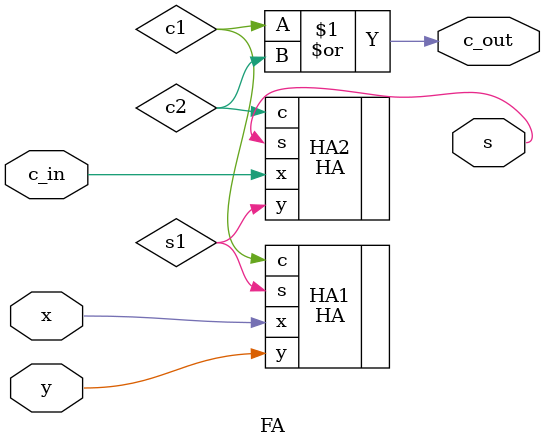
<source format=v>
module FA(s, c_out, x, y, c_in);
input x, y, c_in;
output s, c_out;
wire s1, c1, c2;

HA HA1(.s(s1), .c(c1), .x(x), .y(y));
HA HA2(.s(s), .c(c2), .x(c_in), .y(s1));
assign c_out = c1 | c2;

endmodule


</source>
